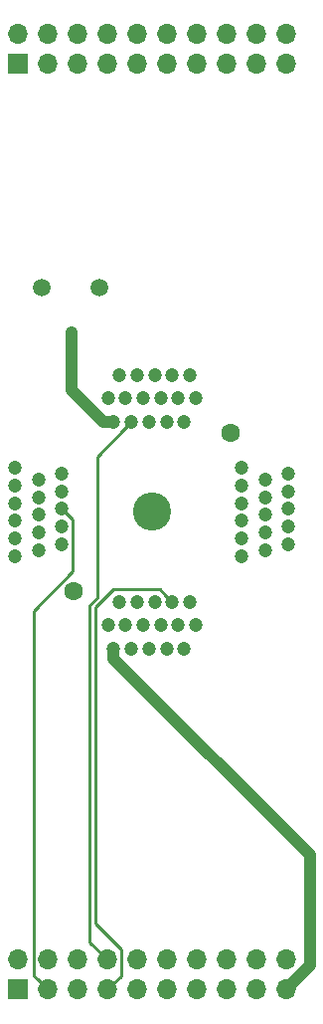
<source format=gbr>
G04 #@! TF.GenerationSoftware,KiCad,Pcbnew,5.0.2-bee76a0~70~ubuntu18.04.1*
G04 #@! TF.CreationDate,2019-07-23T10:59:54+02:00*
G04 #@! TF.ProjectId,stm32f205,73746d33-3266-4323-9035-2e6b69636164,rev?*
G04 #@! TF.SameCoordinates,Original*
G04 #@! TF.FileFunction,Copper,L1,Top*
G04 #@! TF.FilePolarity,Positive*
%FSLAX46Y46*%
G04 Gerber Fmt 4.6, Leading zero omitted, Abs format (unit mm)*
G04 Created by KiCad (PCBNEW 5.0.2-bee76a0~70~ubuntu18.04.1) date mar. 23 juil. 2019 10:59:54 CEST*
%MOMM*%
%LPD*%
G01*
G04 APERTURE LIST*
G04 #@! TA.AperFunction,ComponentPad*
%ADD10O,1.700000X1.700000*%
G04 #@! TD*
G04 #@! TA.AperFunction,ComponentPad*
%ADD11R,1.700000X1.700000*%
G04 #@! TD*
G04 #@! TA.AperFunction,ComponentPad*
%ADD12C,1.500000*%
G04 #@! TD*
G04 #@! TA.AperFunction,ComponentPad*
%ADD13C,1.200000*%
G04 #@! TD*
G04 #@! TA.AperFunction,ComponentPad*
%ADD14C,3.250000*%
G04 #@! TD*
G04 #@! TA.AperFunction,ComponentPad*
%ADD15C,1.600000*%
G04 #@! TD*
G04 #@! TA.AperFunction,ViaPad*
%ADD16C,0.800000*%
G04 #@! TD*
G04 #@! TA.AperFunction,Conductor*
%ADD17C,0.250000*%
G04 #@! TD*
G04 #@! TA.AperFunction,Conductor*
%ADD18C,1.000000*%
G04 #@! TD*
G04 APERTURE END LIST*
D10*
G04 #@! TO.P,J2,20*
G04 #@! TO.N,Net-(J2-Pad20)*
X73660000Y-73660000D03*
G04 #@! TO.P,J2,19*
G04 #@! TO.N,Net-(J2-Pad19)*
X73660000Y-76200000D03*
G04 #@! TO.P,J2,18*
G04 #@! TO.N,Net-(J2-Pad18)*
X71120000Y-73660000D03*
G04 #@! TO.P,J2,17*
G04 #@! TO.N,Net-(J2-Pad17)*
X71120000Y-76200000D03*
G04 #@! TO.P,J2,16*
G04 #@! TO.N,Net-(J2-Pad16)*
X68580000Y-73660000D03*
G04 #@! TO.P,J2,15*
G04 #@! TO.N,Net-(J2-Pad15)*
X68580000Y-76200000D03*
G04 #@! TO.P,J2,14*
G04 #@! TO.N,Net-(J2-Pad14)*
X66040000Y-73660000D03*
G04 #@! TO.P,J2,13*
G04 #@! TO.N,Net-(J2-Pad13)*
X66040000Y-76200000D03*
G04 #@! TO.P,J2,12*
G04 #@! TO.N,Net-(J2-Pad12)*
X63500000Y-73660000D03*
G04 #@! TO.P,J2,11*
G04 #@! TO.N,Net-(J2-Pad11)*
X63500000Y-76200000D03*
G04 #@! TO.P,J2,10*
G04 #@! TO.N,Net-(J2-Pad10)*
X60960000Y-73660000D03*
G04 #@! TO.P,J2,9*
G04 #@! TO.N,Net-(J2-Pad9)*
X60960000Y-76200000D03*
G04 #@! TO.P,J2,8*
G04 #@! TO.N,Net-(J2-Pad8)*
X58420000Y-73660000D03*
G04 #@! TO.P,J2,7*
G04 #@! TO.N,Net-(J2-Pad7)*
X58420000Y-76200000D03*
G04 #@! TO.P,J2,6*
G04 #@! TO.N,Net-(J2-Pad6)*
X55880000Y-73660000D03*
G04 #@! TO.P,J2,5*
G04 #@! TO.N,Net-(J2-Pad5)*
X55880000Y-76200000D03*
G04 #@! TO.P,J2,4*
G04 #@! TO.N,Net-(J2-Pad4)*
X53340000Y-73660000D03*
G04 #@! TO.P,J2,3*
G04 #@! TO.N,Net-(J2-Pad3)*
X53340000Y-76200000D03*
G04 #@! TO.P,J2,2*
G04 #@! TO.N,Net-(J2-Pad2)*
X50800000Y-73660000D03*
D11*
G04 #@! TO.P,J2,1*
G04 #@! TO.N,Net-(J2-Pad1)*
X50800000Y-76200000D03*
G04 #@! TD*
G04 #@! TO.P,J1,1*
G04 #@! TO.N,/D1_MCU_TX*
X50800000Y-154940000D03*
D10*
G04 #@! TO.P,J1,2*
G04 #@! TO.N,/D0_MCU_RX*
X50800000Y-152400000D03*
G04 #@! TO.P,J1,3*
G04 #@! TO.N,/D3_MCU_PC0*
X53340000Y-154940000D03*
G04 #@! TO.P,J1,4*
G04 #@! TO.N,/D2_NRST*
X53340000Y-152400000D03*
G04 #@! TO.P,J1,5*
G04 #@! TO.N,Net-(J1-Pad5)*
X55880000Y-154940000D03*
G04 #@! TO.P,J1,6*
G04 #@! TO.N,Net-(J1-Pad6)*
X55880000Y-152400000D03*
G04 #@! TO.P,J1,7*
G04 #@! TO.N,/D7_BOOT1*
X58420000Y-154940000D03*
G04 #@! TO.P,J1,8*
G04 #@! TO.N,/D6_BOOT0*
X58420000Y-152400000D03*
G04 #@! TO.P,J1,9*
G04 #@! TO.N,Net-(J1-Pad9)*
X60960000Y-154940000D03*
G04 #@! TO.P,J1,10*
G04 #@! TO.N,Net-(J1-Pad10)*
X60960000Y-152400000D03*
G04 #@! TO.P,J1,11*
G04 #@! TO.N,Net-(J1-Pad11)*
X63500000Y-154940000D03*
G04 #@! TO.P,J1,12*
G04 #@! TO.N,Net-(J1-Pad12)*
X63500000Y-152400000D03*
G04 #@! TO.P,J1,13*
G04 #@! TO.N,Net-(J1-Pad13)*
X66040000Y-154940000D03*
G04 #@! TO.P,J1,14*
G04 #@! TO.N,Net-(J1-Pad14)*
X66040000Y-152400000D03*
G04 #@! TO.P,J1,15*
G04 #@! TO.N,Net-(J1-Pad15)*
X68580000Y-154940000D03*
G04 #@! TO.P,J1,16*
G04 #@! TO.N,Net-(J1-Pad16)*
X68580000Y-152400000D03*
G04 #@! TO.P,J1,17*
G04 #@! TO.N,GND*
X71120000Y-154940000D03*
G04 #@! TO.P,J1,18*
G04 #@! TO.N,Net-(J1-Pad18)*
X71120000Y-152400000D03*
G04 #@! TO.P,J1,19*
G04 #@! TO.N,GNDA*
X73660000Y-154940000D03*
G04 #@! TO.P,J1,20*
G04 #@! TO.N,+3V3*
X73660000Y-152400000D03*
G04 #@! TD*
D12*
G04 #@! TO.P,Y1,1*
G04 #@! TO.N,Net-(C2-Pad2)*
X57785000Y-95250000D03*
G04 #@! TO.P,Y1,2*
G04 #@! TO.N,Net-(C3-Pad2)*
X52885000Y-95250000D03*
G04 #@! TD*
D13*
G04 #@! TO.P,U1,49*
G04 #@! TO.N,Net-(U1-Pad49)*
X65980000Y-104650000D03*
G04 #@! TO.P,U1,50*
G04 #@! TO.N,Net-(U1-Pad50)*
X65480000Y-102650000D03*
G04 #@! TO.P,U1,51*
G04 #@! TO.N,Net-(U1-Pad51)*
X64980000Y-106650000D03*
G04 #@! TO.P,U1,54*
G04 #@! TO.N,Net-(U1-Pad54)*
X63480000Y-106650000D03*
G04 #@! TO.P,U1,53*
G04 #@! TO.N,Net-(U1-Pad53)*
X63980000Y-102650000D03*
G04 #@! TO.P,U1,52*
G04 #@! TO.N,Net-(U1-Pad52)*
X64480000Y-104650000D03*
G04 #@! TO.P,U1,57*
G04 #@! TO.N,Net-(U1-Pad57)*
X61980000Y-106650000D03*
G04 #@! TO.P,U1,55*
G04 #@! TO.N,Net-(U1-Pad55)*
X62980000Y-104650000D03*
G04 #@! TO.P,U1,56*
G04 #@! TO.N,Net-(U1-Pad56)*
X62480000Y-102650000D03*
G04 #@! TO.P,U1,58*
G04 #@! TO.N,Net-(U1-Pad58)*
X61480000Y-104650000D03*
G04 #@! TO.P,U1,59*
G04 #@! TO.N,Net-(U1-Pad59)*
X60980000Y-102650000D03*
G04 #@! TO.P,U1,60*
G04 #@! TO.N,/D6_BOOT0*
X60480000Y-106650000D03*
G04 #@! TO.P,U1,63*
G04 #@! TO.N,GNDA*
X58980000Y-106650000D03*
G04 #@! TO.P,U1,62*
G04 #@! TO.N,Net-(U1-Pad62)*
X59480000Y-102650000D03*
G04 #@! TO.P,U1,61*
G04 #@! TO.N,Net-(U1-Pad61)*
X59980000Y-104650000D03*
G04 #@! TO.P,U1,64*
G04 #@! TO.N,+3V3*
X58480000Y-104650000D03*
G04 #@! TO.P,U1,21*
G04 #@! TO.N,Net-(U1-Pad21)*
X60480000Y-125950000D03*
G04 #@! TO.P,U1,27*
G04 #@! TO.N,Net-(U1-Pad27)*
X63480000Y-125950000D03*
G04 #@! TO.P,U1,29*
G04 #@! TO.N,Net-(U1-Pad29)*
X64480000Y-123950000D03*
G04 #@! TO.P,U1,30*
G04 #@! TO.N,Net-(U1-Pad30)*
X64980000Y-125950000D03*
G04 #@! TO.P,U1,22*
G04 #@! TO.N,Net-(U1-Pad22)*
X60980000Y-121950000D03*
G04 #@! TO.P,U1,23*
G04 #@! TO.N,Net-(U1-Pad23)*
X61480000Y-123950000D03*
G04 #@! TO.P,U1,31*
G04 #@! TO.N,Net-(U1-Pad31)*
X65480000Y-121950000D03*
G04 #@! TO.P,U1,18*
G04 #@! TO.N,GNDA*
X58980000Y-125950000D03*
G04 #@! TO.P,U1,28*
G04 #@! TO.N,/D7_BOOT1*
X63980000Y-121950000D03*
G04 #@! TO.P,U1,26*
G04 #@! TO.N,Net-(U1-Pad26)*
X62980000Y-123950000D03*
G04 #@! TO.P,U1,25*
G04 #@! TO.N,Net-(U1-Pad25)*
X62480000Y-121950000D03*
G04 #@! TO.P,U1,19*
G04 #@! TO.N,+3V3*
X59480000Y-121950000D03*
G04 #@! TO.P,U1,17*
G04 #@! TO.N,Net-(U1-Pad17)*
X58480000Y-123950000D03*
G04 #@! TO.P,U1,32*
G04 #@! TO.N,+3V3*
X65980000Y-123950000D03*
G04 #@! TO.P,U1,24*
G04 #@! TO.N,Net-(U1-Pad24)*
X61980000Y-125950000D03*
G04 #@! TO.P,U1,20*
G04 #@! TO.N,Net-(U1-Pad20)*
X59980000Y-123950000D03*
G04 #@! TO.P,U1,48*
G04 #@! TO.N,+3V3*
X69880000Y-110550000D03*
G04 #@! TO.P,U1,45*
G04 #@! TO.N,Net-(U1-Pad45)*
X69880000Y-112050000D03*
G04 #@! TO.P,U1,42*
G04 #@! TO.N,/D1_MCU_TX*
X69880000Y-113550000D03*
G04 #@! TO.P,U1,39*
G04 #@! TO.N,Net-(U1-Pad39)*
X69880000Y-115050000D03*
G04 #@! TO.P,U1,36*
G04 #@! TO.N,Net-(U1-Pad36)*
X69880000Y-116550000D03*
G04 #@! TO.P,U1,33*
G04 #@! TO.N,Net-(U1-Pad33)*
X69880000Y-118050000D03*
G04 #@! TO.P,U1,37*
G04 #@! TO.N,Net-(U1-Pad37)*
X71880000Y-116050000D03*
G04 #@! TO.P,U1,46*
G04 #@! TO.N,Net-(U1-Pad46)*
X71880000Y-111550000D03*
G04 #@! TO.P,U1,40*
G04 #@! TO.N,Net-(U1-Pad40)*
X71880000Y-114550000D03*
G04 #@! TO.P,U1,43*
G04 #@! TO.N,/D0_MCU_RX*
X71880000Y-113050000D03*
G04 #@! TO.P,U1,34*
G04 #@! TO.N,Net-(U1-Pad34)*
X71880000Y-117550000D03*
G04 #@! TO.P,U1,47*
G04 #@! TO.N,Net-(U1-Pad47)*
X73880000Y-111050000D03*
G04 #@! TO.P,U1,41*
G04 #@! TO.N,Net-(U1-Pad41)*
X73880000Y-114050000D03*
G04 #@! TO.P,U1,44*
G04 #@! TO.N,Net-(U1-Pad44)*
X73880000Y-112550000D03*
G04 #@! TO.P,U1,35*
G04 #@! TO.N,Net-(U1-Pad35)*
X73880000Y-117050000D03*
G04 #@! TO.P,U1,38*
G04 #@! TO.N,Net-(U1-Pad38)*
X73880000Y-115550000D03*
G04 #@! TO.P,U1,10*
G04 #@! TO.N,Net-(U1-Pad10)*
X50580000Y-115050000D03*
G04 #@! TO.P,U1,5*
G04 #@! TO.N,Net-(C2-Pad2)*
X54580000Y-112550000D03*
G04 #@! TO.P,U1,14*
G04 #@! TO.N,Net-(U1-Pad14)*
X54580000Y-117050000D03*
G04 #@! TO.P,U1,11*
G04 #@! TO.N,Net-(U1-Pad11)*
X54580000Y-115550000D03*
G04 #@! TO.P,U1,16*
G04 #@! TO.N,Net-(U1-Pad16)*
X50580000Y-118050000D03*
G04 #@! TO.P,U1,1*
G04 #@! TO.N,Net-(U1-Pad1)*
X50580000Y-110550000D03*
G04 #@! TO.P,U1,7*
G04 #@! TO.N,/D2_NRST*
X50580000Y-113550000D03*
G04 #@! TO.P,U1,4*
G04 #@! TO.N,Net-(U1-Pad4)*
X50580000Y-112050000D03*
G04 #@! TO.P,U1,2*
G04 #@! TO.N,Net-(U1-Pad2)*
X54580000Y-111050000D03*
G04 #@! TO.P,U1,8*
G04 #@! TO.N,/D3_MCU_PC0*
X54580000Y-114050000D03*
G04 #@! TO.P,U1,3*
G04 #@! TO.N,Net-(U1-Pad3)*
X52580000Y-111550000D03*
G04 #@! TO.P,U1,9*
G04 #@! TO.N,Net-(U1-Pad9)*
X52580000Y-114550000D03*
G04 #@! TO.P,U1,6*
G04 #@! TO.N,Net-(C3-Pad2)*
X52580000Y-113050000D03*
G04 #@! TO.P,U1,15*
G04 #@! TO.N,Net-(U1-Pad15)*
X52580000Y-117550000D03*
G04 #@! TO.P,U1,13*
G04 #@! TO.N,+3V3*
X50580000Y-116550000D03*
G04 #@! TO.P,U1,12*
G04 #@! TO.N,GNDA*
X52580000Y-116050000D03*
D14*
G04 #@! TO.P,U1,~*
G04 #@! TO.N,N/C*
X62230000Y-114300000D03*
D15*
X55530000Y-121000000D03*
X68930000Y-107600000D03*
G04 #@! TD*
D16*
G04 #@! TO.N,GNDA*
X55372000Y-99060000D03*
G04 #@! TD*
D17*
G04 #@! TO.N,/D6_BOOT0*
X57554999Y-109575001D02*
X59880001Y-107249999D01*
X59880001Y-107249999D02*
X60480000Y-106650000D01*
X57554999Y-121640591D02*
X57554999Y-109575001D01*
X56953991Y-122241599D02*
X57554999Y-121640591D01*
X56953991Y-150933991D02*
X56953991Y-122241599D01*
X58420000Y-152400000D02*
X56953991Y-150933991D01*
D18*
G04 #@! TO.N,GNDA*
X58131472Y-106650000D02*
X58980000Y-106650000D01*
X55372000Y-103890528D02*
X58131472Y-106650000D01*
X55372000Y-99060000D02*
X55372000Y-103890528D01*
X75692000Y-143510528D02*
X58980000Y-126798528D01*
X73660000Y-154940000D02*
X75692000Y-152908000D01*
X58980000Y-126798528D02*
X58980000Y-125950000D01*
X75692000Y-152908000D02*
X75692000Y-143510528D01*
D17*
G04 #@! TO.N,/D7_BOOT1*
X62934000Y-120904000D02*
X63380001Y-121350001D01*
X59595001Y-151543001D02*
X57404000Y-149352000D01*
X58420000Y-154940000D02*
X59595001Y-153764999D01*
X63380001Y-121350001D02*
X63980000Y-121950000D01*
X57404000Y-149352000D02*
X57404000Y-122428000D01*
X58928000Y-120904000D02*
X62934000Y-120904000D01*
X59595001Y-153764999D02*
X59595001Y-151543001D01*
X57404000Y-122428000D02*
X58928000Y-120904000D01*
G04 #@! TO.N,/D3_MCU_PC0*
X52164999Y-153764999D02*
X52490001Y-154090001D01*
X55505001Y-119359997D02*
X52164999Y-122699999D01*
X52164999Y-122699999D02*
X52164999Y-153764999D01*
X55505001Y-114975001D02*
X55505001Y-119359997D01*
X52490001Y-154090001D02*
X53340000Y-154940000D01*
X54580000Y-114050000D02*
X55505001Y-114975001D01*
G04 #@! TD*
M02*

</source>
